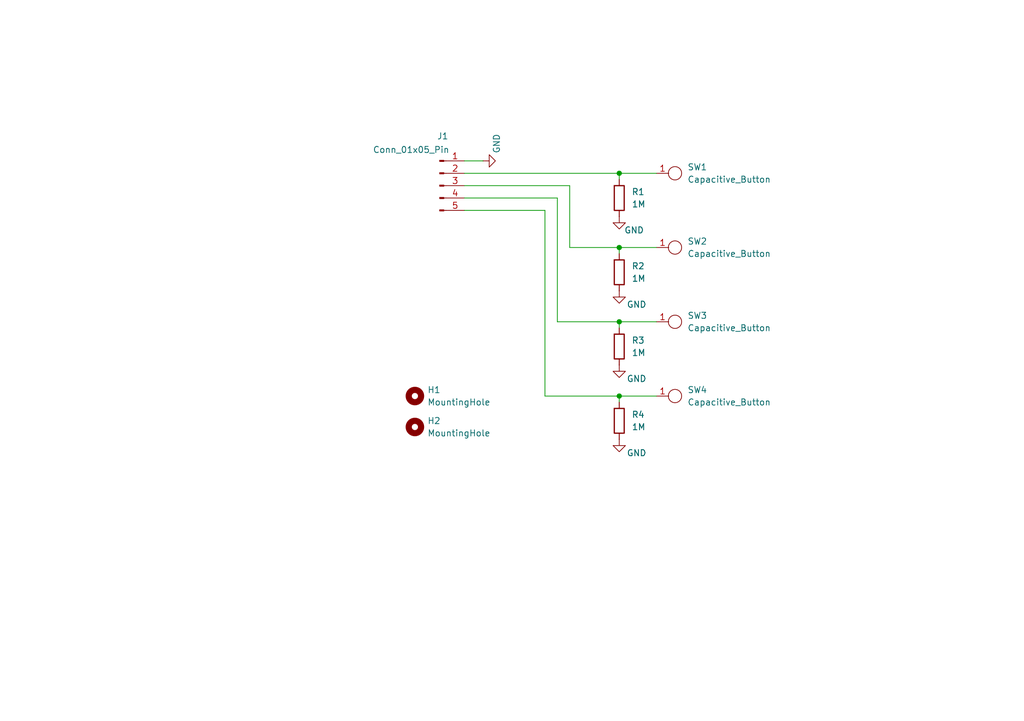
<source format=kicad_sch>
(kicad_sch (version 20250114) (generator "eeschema") (generator_version "9.0")
  (paper "A5")
  (title_block (title "buttons4x0") (date "2025-09-22") (company "todbot / Tod Kurt"))
  (lib_symbols
    (symbol "Connector:Conn_01x05_Pin" (pin_names (offset 1.016) (hide yes))
      (property "Reference" "J" (at 0 7.62 0))
      (property "Value" "Conn_01x05_Pin" (at 0 -7.62 0))
      (symbol "Conn_01x05_Pin_1_1"
        (rectangle (start 0.8636 5.207) (end 0 4.953) (stroke (width 0.1524)) (fill (type outline)))
        (rectangle (start 0.8636 2.667) (end 0 2.413) (stroke (width 0.1524)) (fill (type outline)))
        (rectangle (start 0.8636 0.127) (end 0 -0.127) (stroke (width 0.1524)) (fill (type outline)))
        (rectangle (start 0.8636 -2.413) (end 0 -2.667) (stroke (width 0.1524)) (fill (type outline)))
        (rectangle (start 0.8636 -4.953) (end 0 -5.207) (stroke (width 0.1524)) (fill (type outline)))
        (polyline (pts (xy 1.27 5.08) (xy 0.8636 5.08)) (stroke (width 0.1524)))
        (polyline (pts (xy 1.27 2.54) (xy 0.8636 2.54)) (stroke (width 0.1524)))
        (polyline (pts (xy 1.27 0) (xy 0.8636 0)) (stroke (width 0.1524)))
        (polyline (pts (xy 1.27 -2.54) (xy 0.8636 -2.54)) (stroke (width 0.1524)))
        (polyline (pts (xy 1.27 -5.08) (xy 0.8636 -5.08)) (stroke (width 0.1524)))
        (pin passive line (at 5.08 5.08 180) (length 3.81) (name "Pin_1") (number "1"))
        (pin passive line (at 5.08 2.54 180) (length 3.81) (name "Pin_2") (number "2"))
        (pin passive line (at 5.08 0 180) (length 3.81) (name "Pin_3") (number "3"))
        (pin passive line (at 5.08 -2.54 180) (length 3.81) (name "Pin_4") (number "4"))
        (pin passive line (at 5.08 -5.08 180) (length 3.81) (name "Pin_5") (number "5"))
      )
    )
    (symbol "Device:R" (pin_numbers (hide yes)) (pin_names (offset 0))
      (property "Reference" "R" (at 2.032 0 90))
      (property "Value" "R" (at 0 0 90))
      (symbol "R_0_1"
        (rectangle (start -1.016 -2.54) (end 1.016 2.54) (stroke (width 0.254)))
      )
      (symbol "R_1_1"
        (pin passive line (at 0 3.81 270) (length 1.27) (name "~") (number "1"))
        (pin passive line (at 0 -3.81 90) (length 1.27) (name "~") (number "2"))
      )
    )
    (symbol "Mechanical:MountingHole" (pin_names (offset 1.016)) (in_bom no)
      (property "Reference" "H" (at 0 5.08 0))
      (property "Value" "MountingHole" (at 0 3.175 0))
      (symbol "MountingHole_0_1"
        (circle (center 0 0) (radius 1.27) (stroke (width 1.27)))
      )
    )
    (symbol "power:GND" (power) (pin_numbers (hide yes)) (pin_names (offset 0) (hide yes))
      (property "Value" "GND" (at 0 -3.81 0))
      (symbol "GND_0_1"
        (polyline (pts (xy 0 0) (xy 0 -1.27) (xy 1.27 -1.27) (xy 0 -2.54) (xy -1.27 -1.27) (xy 0 -1.27)))
      )
      (symbol "GND_1_1"
        (pin power_in line (at 0 0 270) (length 0) (name "~") (number "1"))
      )
    )
    (symbol "todbot_stuff:Capacitive_Button" (pin_names (offset 0) (hide yes))
      (property "Reference" "SW" (at 0 6.35 0))
      (property "Value" "Capacitive_Button" (at 0 -2.54 0))
      (symbol "Capacitive_Button_0_0"
        (circle (center 0 3.81) (radius 1.3678))
      )
      (symbol "Capacitive_Button_1_1"
        (pin passive line (at 0 0 90) (length 2.54) (name "A") (number "1"))
      )
    )
  )
  (junction (at 127 50.8))
  (junction (at 127 81.28))
  (junction (at 127 35.56))
  (junction (at 127 66.04))
  (wire (pts (xy 134.62 50.8) (xy 127 50.8)))
  (wire (pts (xy 95.25 40.64) (xy 114.3 40.64)))
  (wire (pts (xy 127 66.04) (xy 127 67.31)))
  (wire (pts (xy 95.25 35.56) (xy 127 35.56)))
  (wire (pts (xy 95.25 43.18) (xy 111.76 43.18)))
  (wire (pts (xy 99.06 33.02) (xy 95.25 33.02)))
  (wire (pts (xy 111.76 81.28) (xy 111.76 43.18)))
  (wire (pts (xy 127 81.28) (xy 127 82.55)))
  (wire (pts (xy 114.3 66.04) (xy 114.3 40.64)))
  (wire (pts (xy 116.84 50.8) (xy 127 50.8)))
  (wire (pts (xy 134.62 81.28) (xy 127 81.28)))
  (wire (pts (xy 134.62 35.56) (xy 127 35.56)))
  (wire (pts (xy 95.25 38.1) (xy 116.84 38.1)))
  (wire (pts (xy 127 35.56) (xy 127 36.83)))
  (wire (pts (xy 134.62 66.04) (xy 127 66.04)))
  (wire (pts (xy 111.76 81.28) (xy 127 81.28)))
  (wire (pts (xy 114.3 66.04) (xy 127 66.04)))
  (wire (pts (xy 116.84 50.8) (xy 116.84 38.1)))
  (wire (pts (xy 127 50.8) (xy 127 52.07)))
  (symbol (lib_id "todbot_stuff:Capacitive_Button") (at 134.62 35.56 270) (unit 1)
    (property "Reference" "SW1" (at 140.97 34.2899 90) (effects (justify left)))
    (property "Value" "Capacitive_Button" (at 140.97 36.8299 90) (effects (justify left)))
    (property "Footprint" "todbot_stuff:Pad-CapTouch-11_2mm-roundrect" (effects (hide yes)))
    (property "Description" "Capacitive touch pad" (effects (hide yes)))
  )
  (symbol (lib_id "Connector:Conn_01x05_Pin") (at 90.17 38.1 0) (unit 1)
    (property "Reference" "J1" (at 90.805 27.94 0))
    (property "Value" "Conn_01x05_Pin" (at 84.328 30.734 0))
    (property "Footprint" "Connector_PinHeader_2.54mm:PinHeader_1x05_P2.54mm_Vertical" (effects (hide yes)))
    (property "Description" "Generic connector, single row, 01x05, script generated" (effects (hide yes)))
  )
  (symbol (lib_id "todbot_stuff:Capacitive_Button") (at 134.62 50.8 270) (unit 1)
    (property "Reference" "SW2" (at 140.97 49.5299 90) (effects (justify left)))
    (property "Value" "Capacitive_Button" (at 140.97 52.0699 90) (effects (justify left)))
    (property "Footprint" "todbot_stuff:Pad-CapTouch-11_2mm-roundrect" (effects (hide yes)))
    (property "Description" "Capacitive touch pad" (effects (hide yes)))
  )
  (symbol (lib_id "todbot_stuff:Capacitive_Button") (at 134.62 66.04 270) (unit 1)
    (property "Reference" "SW3" (at 140.97 64.7699 90) (effects (justify left)))
    (property "Value" "Capacitive_Button" (at 140.97 67.3099 90) (effects (justify left)))
    (property "Footprint" "todbot_stuff:Pad-CapTouch-11_2mm-roundrect" (effects (hide yes)))
    (property "Description" "Capacitive touch pad" (effects (hide yes)))
  )
  (symbol (lib_id "Device:R") (at 127 86.36 0) (unit 1)
    (property "Reference" "R4" (at 129.54 85.0899 0) (effects (justify left)))
    (property "Value" "1M" (at 129.54 87.6299 0) (effects (justify left)))
    (property "Footprint" "Resistor_SMD:R_0805_2012Metric" (effects (hide yes)))
    (property "Description" "Resistor" (effects (hide yes)))
  )
  (symbol (lib_id "power:GND") (at 99.06 33.02 90) (unit 1)
    (property "Reference" "#PWR05" (effects (hide yes)))
    (property "Value" "GND" (at 101.854 29.464 0))
    (property "Description" "Power symbol creates a global label with name \"GND\" , ground" (effects (hide yes)))
  )
  (symbol (lib_id "todbot_stuff:Capacitive_Button") (at 134.62 81.28 270) (unit 1)
    (property "Reference" "SW4" (at 140.97 80.0099 90) (effects (justify left)))
    (property "Value" "Capacitive_Button" (at 140.97 82.5499 90) (effects (justify left)))
    (property "Footprint" "todbot_stuff:Pad-CapTouch-11_2mm-roundrect" (effects (hide yes)))
    (property "Description" "Capacitive touch pad" (effects (hide yes)))
  )
  (symbol (lib_id "power:GND") (at 127 90.17 0) (unit 1)
    (property "Reference" "#PWR04" (effects (hide yes)))
    (property "Value" "GND" (at 130.556 92.964 0))
    (property "Description" "Power symbol creates a global label with name \"GND\" , ground" (effects (hide yes)))
  )
  (symbol (lib_id "power:GND") (at 127 59.69 0) (unit 1)
    (property "Reference" "#PWR02" (effects (hide yes)))
    (property "Value" "GND" (at 130.556 62.484 0))
    (property "Description" "Power symbol creates a global label with name \"GND\" , ground" (effects (hide yes)))
  )
  (symbol (lib_id "Device:R") (at 127 40.64 0) (unit 1)
    (property "Reference" "R1" (at 129.54 39.3699 0) (effects (justify left)))
    (property "Value" "1M" (at 129.54 41.9099 0) (effects (justify left)))
    (property "Footprint" "Resistor_SMD:R_0805_2012Metric" (effects (hide yes)))
    (property "Description" "Resistor" (effects (hide yes)))
  )
  (symbol (lib_id "Device:R") (at 127 71.12 0) (unit 1)
    (property "Reference" "R3" (at 129.54 69.8499 0) (effects (justify left)))
    (property "Value" "1M" (at 129.54 72.3899 0) (effects (justify left)))
    (property "Footprint" "Resistor_SMD:R_0805_2012Metric" (effects (hide yes)))
    (property "Description" "Resistor" (effects (hide yes)))
  )
  (symbol (lib_id "Mechanical:MountingHole") (at 85.09 87.63 0) (unit 1) (in_bom no)
    (property "Reference" "H2" (at 87.63 86.3599 0) (effects (justify left)))
    (property "Value" "MountingHole" (at 87.63 88.8999 0) (effects (justify left)))
    (property "Footprint" "MountingHole:MountingHole_2.7mm_M2.5" (effects (hide yes)))
    (property "Description" "Mounting Hole without connection" (effects (hide yes)))
  )
  (symbol (lib_id "power:GND") (at 127 44.45 0) (unit 1)
    (property "Reference" "#PWR01" (effects (hide yes)))
    (property "Value" "GND" (at 130.048 47.244 0))
    (property "Description" "Power symbol creates a global label with name \"GND\" , ground" (effects (hide yes)))
  )
  (symbol (lib_id "power:GND") (at 127 74.93 0) (unit 1)
    (property "Reference" "#PWR03" (effects (hide yes)))
    (property "Value" "GND" (at 130.556 77.724 0))
    (property "Description" "Power symbol creates a global label with name \"GND\" , ground" (effects (hide yes)))
  )
  (symbol (lib_id "Device:R") (at 127 55.88 0) (unit 1)
    (property "Reference" "R2" (at 129.54 54.6099 0) (effects (justify left)))
    (property "Value" "1M" (at 129.54 57.1499 0) (effects (justify left)))
    (property "Footprint" "Resistor_SMD:R_0805_2012Metric" (effects (hide yes)))
    (property "Description" "Resistor" (effects (hide yes)))
  )
  (symbol (lib_id "Mechanical:MountingHole") (at 85.09 81.28 0) (unit 1) (in_bom no)
    (property "Reference" "H1" (at 87.63 80.0099 0) (effects (justify left)))
    (property "Value" "MountingHole" (at 87.63 82.5499 0) (effects (justify left)))
    (property "Footprint" "MountingHole:MountingHole_2.7mm_M2.5" (effects (hide yes)))
    (property "Description" "Mounting Hole without connection" (effects (hide yes)))
  )
)
</source>
